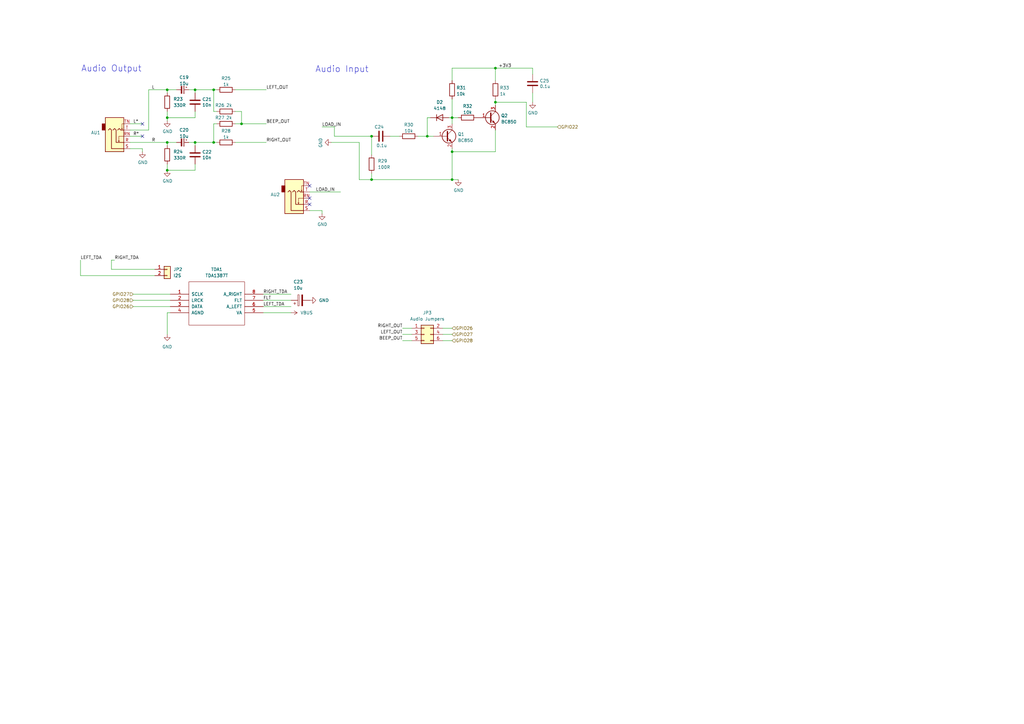
<source format=kicad_sch>
(kicad_sch (version 20231120) (generator "eeschema") (generator_version "8.0")
  (paper "A3")
  (title_block (title "FRANK2") (date "2024-11-21") (rev "1.0") (company "Mikhail Matveev") (comment 1 "https://github.com/xtremespb/frank2"))
  (lib_symbols
    (symbol "Connector:AudioJack3_SwitchTR"
      (property "Reference" "J" (at 0 8.89 0))
      (property "Value" "AudioJack3_SwitchTR" (at 0 6.35 0))
      (symbol "AudioJack3_SwitchTR_0_1"
        (rectangle (start -5.08 -5.08) (end -6.35 -7.62) (stroke (width 0.254)) (fill (type outline)))
        (polyline (pts (xy 0.508 -0.254) (xy 0.762 -0.762)))
        (polyline (pts (xy 1.778 -5.334) (xy 2.032 -5.842)))
        (polyline (pts (xy 0 -5.08) (xy 0.635 -5.715) (xy 1.27 -5.08) (xy 2.54 -5.08)) (stroke (width 0.254)))
        (polyline (pts (xy 2.54 -7.62) (xy 1.778 -7.62) (xy 1.778 -5.334) (xy 1.524 -5.842)))
        (polyline (pts (xy 2.54 -2.54) (xy 0.508 -2.54) (xy 0.508 -0.254) (xy 0.254 -0.762)))
        (polyline (pts (xy -1.905 -5.08) (xy -1.27 -5.715) (xy -0.635 -5.08) (xy -0.635 0) (xy 2.54 0)) (stroke (width 0.254)))
        (polyline (pts (xy 2.54 2.54) (xy -2.54 2.54) (xy -2.54 -5.08) (xy -3.175 -5.715) (xy -3.81 -5.08)) (stroke (width 0.254)))
        (rectangle (start 2.54 3.81) (end -5.08 -10.16) (stroke (width 0.254)) (fill (type background)))
      )
      (symbol "AudioJack3_SwitchTR_1_1"
        (pin passive line (at 5.08 0 180) (length 2.54) (name "~") (number "R"))
        (pin passive line (at 5.08 -2.54 180) (length 2.54) (name "~") (number "RN"))
        (pin passive line (at 5.08 2.54 180) (length 2.54) (name "~") (number "S"))
        (pin passive line (at 5.08 -5.08 180) (length 2.54) (name "~") (number "T"))
        (pin passive line (at 5.08 -7.62 180) (length 2.54) (name "~") (number "TN"))
      )
    )
    (symbol "Connector_Generic:Conn_01x02" (pin_names (offset 1.016) hide)
      (property "Reference" "J" (at 0 2.54 0))
      (property "Value" "Conn_01x02" (at 0 -5.08 0))
      (symbol "Conn_01x02_1_1"
        (rectangle (start -1.27 -2.413) (end 0 -2.667) (stroke (width 0.1524)))
        (rectangle (start -1.27 0.127) (end 0 -0.127) (stroke (width 0.1524)))
        (rectangle (start -1.27 1.27) (end 1.27 -3.81) (stroke (width 0.254)) (fill (type background)))
        (pin passive line (at -5.08 0 0) (length 3.81) (name "Pin_1") (number "1"))
        (pin passive line (at -5.08 -2.54 0) (length 3.81) (name "Pin_2") (number "2"))
      )
    )
    (symbol "Connector_Generic:Conn_02x03_Odd_Even" (pin_names (offset 1.016) hide)
      (property "Reference" "J" (at 1.27 5.08 0))
      (property "Value" "Conn_02x03_Odd_Even" (at 1.27 -5.08 0))
      (symbol "Conn_02x03_Odd_Even_1_1"
        (rectangle (start -1.27 -2.413) (end 0 -2.667) (stroke (width 0.1524)))
        (rectangle (start -1.27 0.127) (end 0 -0.127) (stroke (width 0.1524)))
        (rectangle (start -1.27 2.667) (end 0 2.413) (stroke (width 0.1524)))
        (rectangle (start -1.27 3.81) (end 3.81 -3.81) (stroke (width 0.254)) (fill (type background)))
        (rectangle (start 3.81 -2.413) (end 2.54 -2.667) (stroke (width 0.1524)))
        (rectangle (start 3.81 0.127) (end 2.54 -0.127) (stroke (width 0.1524)))
        (rectangle (start 3.81 2.667) (end 2.54 2.413) (stroke (width 0.1524)))
        (pin passive line (at -5.08 2.54 0) (length 3.81) (name "Pin_1") (number "1"))
        (pin passive line (at 7.62 2.54 180) (length 3.81) (name "Pin_2") (number "2"))
        (pin passive line (at -5.08 0 0) (length 3.81) (name "Pin_3") (number "3"))
        (pin passive line (at 7.62 0 180) (length 3.81) (name "Pin_4") (number "4"))
        (pin passive line (at -5.08 -2.54 0) (length 3.81) (name "Pin_5") (number "5"))
        (pin passive line (at 7.62 -2.54 180) (length 3.81) (name "Pin_6") (number "6"))
      )
    )
    (symbol "Device:C" (pin_numbers hide) (pin_names (offset 0.254))
      (property "Reference" "C" (at 0.635 2.54 0))
      (property "Value" "C" (at 0.635 -2.54 0))
      (symbol "C_0_1"
        (polyline (pts (xy -2.032 -0.762) (xy 2.032 -0.762)) (stroke (width 0.508)))
        (polyline (pts (xy -2.032 0.762) (xy 2.032 0.762)) (stroke (width 0.508)))
      )
      (symbol "C_1_1"
        (pin passive line (at 0 3.81 270) (length 2.794) (name "~") (number "1"))
        (pin passive line (at 0 -3.81 90) (length 2.794) (name "~") (number "2"))
      )
    )
    (symbol "Device:C_Polarized" (pin_numbers hide) (pin_names (offset 0.254))
      (property "Reference" "C" (at 0.635 2.54 0))
      (property "Value" "C_Polarized" (at 0.635 -2.54 0))
      (symbol "C_Polarized_0_1"
        (rectangle (start -2.286 0.508) (end 2.286 1.016))
        (polyline (pts (xy -1.778 2.286) (xy -0.762 2.286)))
        (polyline (pts (xy -1.27 2.794) (xy -1.27 1.778)))
        (rectangle (start 2.286 -0.508) (end -2.286 -1.016) (fill (type outline)))
      )
      (symbol "C_Polarized_1_1"
        (pin passive line (at 0 3.81 270) (length 2.794) (name "~") (number "1"))
        (pin passive line (at 0 -3.81 90) (length 2.794) (name "~") (number "2"))
      )
    )
    (symbol "Device:C_Polarized_Small" (pin_numbers hide) (pin_names (offset 0.254) hide)
      (property "Reference" "C" (at 0.254 1.778 0))
      (property "Value" "C_Polarized_Small" (at 0.254 -2.032 0))
      (symbol "C_Polarized_Small_0_1"
        (rectangle (start -1.524 -0.3048) (end 1.524 -0.6858) (fill (type outline)))
        (rectangle (start -1.524 0.6858) (end 1.524 0.3048))
        (polyline (pts (xy -1.27 1.524) (xy -0.762 1.524)))
        (polyline (pts (xy -1.016 1.27) (xy -1.016 1.778)))
      )
      (symbol "C_Polarized_Small_1_1"
        (pin passive line (at 0 2.54 270) (length 1.8542) (name "~") (number "1"))
        (pin passive line (at 0 -2.54 90) (length 1.8542) (name "~") (number "2"))
      )
    )
    (symbol "Device:D" (pin_numbers hide) (pin_names (offset 1.016) hide)
      (property "Reference" "D" (at 0 2.54 0))
      (property "Value" "D" (at 0 -2.54 0))
      (symbol "D_0_1"
        (polyline (pts (xy -1.27 1.27) (xy -1.27 -1.27)) (stroke (width 0.254)))
        (polyline (pts (xy 1.27 0) (xy -1.27 0)))
        (polyline (pts (xy 1.27 1.27) (xy 1.27 -1.27) (xy -1.27 0) (xy 1.27 1.27)) (stroke (width 0.254)))
      )
      (symbol "D_1_1"
        (pin passive line (at -3.81 0 0) (length 2.54) (name "K") (number "1"))
        (pin passive line (at 3.81 0 180) (length 2.54) (name "A") (number "2"))
      )
    )
    (symbol "Device:R" (pin_numbers hide) (pin_names (offset 0))
      (property "Reference" "R" (at 2.032 0 90))
      (property "Value" "R" (at 0 0 90))
      (symbol "R_0_1"
        (rectangle (start -1.016 -2.54) (end 1.016 2.54) (stroke (width 0.254)))
      )
      (symbol "R_1_1"
        (pin passive line (at 0 3.81 270) (length 1.27) (name "~") (number "1"))
        (pin passive line (at 0 -3.81 90) (length 1.27) (name "~") (number "2"))
      )
    )
    (symbol "GND_6" (power) (pin_numbers hide) (pin_names (offset 0) hide)
      (property "Value" "GND" (at 0 -3.81 0))
      (symbol "GND_6_0_1"
        (polyline (pts (xy 0 0) (xy 0 -1.27) (xy 1.27 -1.27) (xy 0 -2.54) (xy -1.27 -1.27) (xy 0 -1.27)))
      )
      (symbol "GND_6_1_1"
        (pin power_in line (at 0 0 270) (length 0) (name "~") (number "1"))
      )
    )
    (symbol "TDA1387T:TDA1387T" (pin_names (offset 1.016))
      (property "Reference" "U" (at 0 -2.54 0))
      (property "Value" "TDA1387T" (at 0 2.54 0))
      (symbol "TDA1387T_1_0"
        (rectangle (start -11.43 -8.89) (end 11.43 8.89))
      )
      (symbol "TDA1387T_1_1"
        (pin input line (at -19.05 3.81 0) (length 7.62) (name "SCLK") (number "1"))
        (pin input line (at -19.05 1.27 0) (length 7.62) (name "LRCK") (number "2"))
        (pin input line (at -19.05 -1.27 0) (length 7.62) (name "DATA") (number "3"))
        (pin input line (at -19.05 -3.81 0) (length 7.62) (name "AGND") (number "4"))
        (pin input line (at 19.05 -3.81 180) (length 7.62) (name "VA") (number "5"))
        (pin input line (at 19.05 -1.27 180) (length 7.62) (name "A_LEFT") (number "6"))
        (pin input line (at 19.05 1.27 180) (length 7.62) (name "FLT") (number "7"))
        (pin input line (at 19.05 3.81 180) (length 7.62) (name "A_RIGHT") (number "8"))
      )
    )
    (symbol "Transistor_BJT:BC850" (pin_names (offset 0) hide)
      (property "Reference" "Q" (at 5.08 1.905 0))
      (property "Value" "BC850" (at 5.08 0 0))
      (symbol "BC850_0_1"
        (polyline (pts (xy 0.635 0.635) (xy 2.54 2.54)))
        (polyline (pts (xy 0.635 -0.635) (xy 2.54 -2.54) (xy 2.54 -2.54)))
        (polyline (pts (xy 0.635 1.905) (xy 0.635 -1.905) (xy 0.635 -1.905)) (stroke (width 0.508)))
        (polyline (pts (xy 1.27 -1.778) (xy 1.778 -1.27) (xy 2.286 -2.286) (xy 1.27 -1.778) (xy 1.27 -1.778)) (fill (type outline)))
        (circle (center 1.27 0) (radius 2.8194) (stroke (width 0.254)))
      )
      (symbol "BC850_1_1"
        (pin input line (at -5.08 0 0) (length 5.715) (name "B") (number "1"))
        (pin passive line (at 2.54 -5.08 90) (length 2.54) (name "E") (number "2"))
        (pin passive line (at 2.54 5.08 270) (length 2.54) (name "C") (number "3"))
      )
    )
    (symbol "power:GND" (power) (pin_names (offset 0))
      (property "Value" "GND" (at 0 -3.81 0))
      (symbol "GND_0_1"
        (polyline (pts (xy 0 0) (xy 0 -1.27) (xy 1.27 -1.27) (xy 0 -2.54) (xy -1.27 -1.27) (xy 0 -1.27)))
      )
      (symbol "GND_1_1"
        (pin power_in line (at 0 0 270) (length 0) hide (name "GND") (number "1"))
      )
    )
    (symbol "power:VBUS" (power) (pin_numbers hide) (pin_names (offset 0) hide)
      (property "Value" "VBUS" (at 0 3.556 0))
      (symbol "VBUS_0_1"
        (polyline (pts (xy -0.762 1.27) (xy 0 2.54)))
        (polyline (pts (xy 0 0) (xy 0 2.54)))
        (polyline (pts (xy 0 2.54) (xy 0.762 1.27)))
      )
      (symbol "VBUS_1_1"
        (pin power_in line (at 0 0 90) (length 0) (name "~") (number "1"))
      )
    )
  )
  (junction (at 203.2 27.94))
  (junction (at 68.58 36.83))
  (junction (at 87.63 58.42))
  (junction (at 185.42 73.66))
  (junction (at 203.2 41.91))
  (junction (at 68.58 48.26))
  (junction (at 99.06 50.8))
  (junction (at 68.58 69.85))
  (junction (at 185.42 48.26))
  (junction (at 185.42 62.23))
  (junction (at 80.01 58.42))
  (junction (at 175.26 55.88))
  (junction (at 68.58 58.42))
  (junction (at 152.4 55.88))
  (junction (at 152.4 73.66))
  (junction (at 87.63 36.83))
  (junction (at 80.01 36.83))
  (no_connect (at 127 83.82))
  (no_connect (at 58.42 50.8))
  (no_connect (at 58.42 55.88))
  (no_connect (at 127 81.28))
  (no_connect (at 127 76.2))
  (wire (pts (xy 80.01 58.42) (xy 87.63 58.42)))
  (wire (pts (xy 184.15 48.26) (xy 185.42 48.26)))
  (wire (pts (xy 80.01 58.42) (xy 77.47 58.42)))
  (wire (pts (xy 80.01 36.83) (xy 87.63 36.83)))
  (wire (pts (xy 132.08 52.07) (xy 137.16 52.07)))
  (wire (pts (xy 185.42 27.94) (xy 203.2 27.94)))
  (wire (pts (xy 60.96 36.83) (xy 68.58 36.83)))
  (wire (pts (xy 54.61 120.65) (xy 69.85 120.65)))
  (wire (pts (xy 152.4 71.12) (xy 152.4 73.66)))
  (wire (pts (xy 88.9 50.8) (xy 87.63 50.8)))
  (wire (pts (xy 165.1 137.16) (xy 168.91 137.16)))
  (wire (pts (xy 215.9 41.91) (xy 215.9 52.07)))
  (wire (pts (xy 137.16 55.88) (xy 152.4 55.88)))
  (wire (pts (xy 33.02 106.68) (xy 33.02 113.03)))
  (wire (pts (xy 152.4 73.66) (xy 185.42 73.66)))
  (wire (pts (xy 80.01 69.85) (xy 68.58 69.85)))
  (wire (pts (xy 218.44 38.1) (xy 218.44 41.91)))
  (wire (pts (xy 132.08 86.36) (xy 132.08 87.63)))
  (wire (pts (xy 53.34 60.96) (xy 58.42 60.96)))
  (wire (pts (xy 68.58 45.72) (xy 68.58 48.26)))
  (wire (pts (xy 215.9 52.07) (xy 228.6 52.07)))
  (wire (pts (xy 87.63 58.42) (xy 88.9 58.42)))
  (wire (pts (xy 80.01 48.26) (xy 68.58 48.26)))
  (wire (pts (xy 80.01 36.83) (xy 77.47 36.83)))
  (wire (pts (xy 160.02 55.88) (xy 163.83 55.88)))
  (wire (pts (xy 53.34 53.34) (xy 60.96 53.34)))
  (wire (pts (xy 107.95 125.73) (xy 119.38 125.73)))
  (wire (pts (xy 203.2 41.91) (xy 215.9 41.91)))
  (wire (pts (xy 137.16 52.07) (xy 137.16 55.88)))
  (wire (pts (xy 53.34 58.42) (xy 68.58 58.42)))
  (wire (pts (xy 176.53 48.26) (xy 175.26 48.26)))
  (wire (pts (xy 54.61 125.73) (xy 69.85 125.73)))
  (wire (pts (xy 175.26 55.88) (xy 177.8 55.88)))
  (wire (pts (xy 185.42 27.94) (xy 185.42 33.02)))
  (wire (pts (xy 185.42 137.16) (xy 181.61 137.16)))
  (wire (pts (xy 87.63 36.83) (xy 88.9 36.83)))
  (wire (pts (xy 72.39 58.42) (xy 68.58 58.42)))
  (wire (pts (xy 33.02 113.03) (xy 63.5 113.03)))
  (wire (pts (xy 165.1 139.7) (xy 168.91 139.7)))
  (wire (pts (xy 185.42 62.23) (xy 185.42 73.66)))
  (wire (pts (xy 99.06 50.8) (xy 96.52 50.8)))
  (wire (pts (xy 203.2 27.94) (xy 218.44 27.94)))
  (wire (pts (xy 171.45 55.88) (xy 175.26 55.88)))
  (wire (pts (xy 152.4 55.88) (xy 152.4 63.5)))
  (wire (pts (xy 165.1 134.62) (xy 168.91 134.62)))
  (wire (pts (xy 203.2 53.34) (xy 203.2 62.23)))
  (wire (pts (xy 80.01 38.1) (xy 80.01 36.83)))
  (wire (pts (xy 218.44 27.94) (xy 218.44 30.48)))
  (wire (pts (xy 203.2 41.91) (xy 203.2 43.18)))
  (wire (pts (xy 127 86.36) (xy 132.08 86.36)))
  (wire (pts (xy 80.01 45.72) (xy 80.01 48.26)))
  (wire (pts (xy 135.89 58.42) (xy 147.32 58.42)))
  (wire (pts (xy 88.9 45.72) (xy 87.63 45.72)))
  (wire (pts (xy 107.95 128.27) (xy 119.38 128.27)))
  (wire (pts (xy 68.58 36.83) (xy 68.58 38.1)))
  (wire (pts (xy 68.58 48.26) (xy 68.58 49.53)))
  (wire (pts (xy 185.42 60.96) (xy 185.42 62.23)))
  (wire (pts (xy 185.42 134.62) (xy 181.61 134.62)))
  (wire (pts (xy 107.95 120.65) (xy 119.38 120.65)))
  (wire (pts (xy 45.72 110.49) (xy 63.5 110.49)))
  (wire (pts (xy 96.52 36.83) (xy 109.22 36.83)))
  (wire (pts (xy 68.58 58.42) (xy 68.58 59.69)))
  (wire (pts (xy 96.52 45.72) (xy 99.06 45.72)))
  (wire (pts (xy 147.32 58.42) (xy 147.32 73.66)))
  (wire (pts (xy 96.52 58.42) (xy 109.22 58.42)))
  (wire (pts (xy 203.2 27.94) (xy 203.2 33.02)))
  (wire (pts (xy 107.95 123.19) (xy 119.38 123.19)))
  (wire (pts (xy 185.42 139.7) (xy 181.61 139.7)))
  (wire (pts (xy 147.32 73.66) (xy 152.4 73.66)))
  (wire (pts (xy 60.96 36.83) (xy 60.96 53.34)))
  (wire (pts (xy 127 78.74) (xy 139.7 78.74)))
  (wire (pts (xy 68.58 67.31) (xy 68.58 69.85)))
  (wire (pts (xy 99.06 50.8) (xy 109.22 50.8)))
  (wire (pts (xy 99.06 45.72) (xy 99.06 50.8)))
  (wire (pts (xy 175.26 48.26) (xy 175.26 55.88)))
  (wire (pts (xy 80.01 67.31) (xy 80.01 69.85)))
  (wire (pts (xy 185.42 48.26) (xy 187.96 48.26)))
  (wire (pts (xy 58.42 60.96) (xy 58.42 62.23)))
  (wire (pts (xy 72.39 36.83) (xy 68.58 36.83)))
  (wire (pts (xy 185.42 62.23) (xy 203.2 62.23)))
  (wire (pts (xy 53.34 55.88) (xy 58.42 55.88)))
  (wire (pts (xy 80.01 59.69) (xy 80.01 58.42)))
  (wire (pts (xy 69.85 128.27) (xy 68.58 128.27)))
  (wire (pts (xy 45.72 106.68) (xy 45.72 110.49)))
  (wire (pts (xy 185.42 73.66) (xy 187.96 73.66)))
  (wire (pts (xy 53.34 50.8) (xy 58.42 50.8)))
  (wire (pts (xy 54.61 123.19) (xy 69.85 123.19)))
  (wire (pts (xy 46.99 106.68) (xy 45.72 106.68)))
  (wire (pts (xy 87.63 50.8) (xy 87.63 58.42)))
  (wire (pts (xy 68.58 128.27) (xy 68.58 137.16)))
  (wire (pts (xy 203.2 40.64) (xy 203.2 41.91)))
  (wire (pts (xy 87.63 36.83) (xy 87.63 45.72)))
  (wire (pts (xy 185.42 40.64) (xy 185.42 48.26)))
  (wire (pts (xy 185.42 48.26) (xy 185.42 50.8)))
  (text "Audio Input" (at 129.286 29.972 0) (effects (font (size 2.54 2.54)) (justify left bottom)))
  (text "Audio Output" (at 33.274 29.718 0) (effects (font (size 2.54 2.54)) (justify left bottom)))
  (label "LEFT_TDA" (at 33.02 106.68 0))
  (label "LEFT_TDA" (at 107.95 125.73 0))
  (label "L" (at 62.23 36.83 0))
  (label "+3V3" (at 204.47 27.94 0))
  (label "R" (at 62.23 58.42 0))
  (label "L*" (at 54.61 50.8 0))
  (label "LEFT_OUT" (at 109.22 36.83 0))
  (label "RIGHT_TDA" (at 46.99 106.68 0))
  (label "LOAD_IN" (at 132.08 52.07 0))
  (label "LOAD_IN" (at 129.54 78.74 0))
  (label "BEEP_OUT" (at 109.22 50.8 0))
  (label "RIGHT_TDA" (at 107.95 120.65 0))
  (label "FLT" (at 107.95 123.19 0))
  (label "R*" (at 54.61 55.88 0))
  (label "RIGHT_OUT" (at 165.1 134.62 180))
  (label "LEFT_OUT" (at 165.1 137.16 180))
  (label "BEEP_OUT" (at 165.1 139.7 180))
  (label "RIGHT_OUT" (at 109.22 58.42 0))
  (hierarchical_label "GPIO28" (shape input) (at 185.42 139.7 0))
  (hierarchical_label "GPIO27" (shape input) (at 185.42 137.16 0))
  (hierarchical_label "GPIO26" (shape input) (at 54.61 125.73 180))
  (hierarchical_label "GPIO22" (shape input) (at 228.6 52.07 0))
  (hierarchical_label "GPIO27" (shape input) (at 54.61 120.65 180))
  (hierarchical_label "GPIO26" (shape input) (at 185.42 134.62 0))
  (hierarchical_label "GPIO28" (shape input) (at 54.61 123.19 180))
  (symbol (lib_id "power:GND") (at 68.58 137.16 0) (unit 1)
    (property "Reference" "#PWR041" (effects (hide yes)))
    (property "Value" "GND" (at 68.58 142.24 0))
    (property "Description" "Power symbol creates a global label with name \"GND\" , ground" (effects (hide yes)))
  )
  (symbol (lib_id "Device:R") (at 92.71 45.72 90) (unit 1)
    (property "Reference" "R26" (at 90.17 43.18 90))
    (property "Value" "2k" (at 93.98 43.18 90))
    (property "Footprint" "Resistor_SMD:R_0805_2012Metric_Pad1.20x1.40mm_HandSolder" (effects (hide yes)))
  )
  (symbol (lib_id "Device:C") (at 156.21 55.88 90) (unit 1)
    (property "Reference" "C24" (at 157.48 52.07 90) (effects (justify left)))
    (property "Value" "0.1u" (at 158.75 59.69 90) (effects (justify left)))
    (property "Footprint" "Capacitor_SMD:C_0805_2012Metric_Pad1.18x1.45mm_HandSolder" (effects (hide yes)))
  )
  (symbol (lib_id "Connector:AudioJack3_SwitchTR") (at 121.92 83.82 0) (mirror x) (unit 1)
    (property "Reference" "AU2" (at 114.8081 79.8103 0) (effects (justify right)))
    (property "Value" "AUDIO IN" (effects (hide yes)))
    (property "Footprint" "LIBS:Medved_Jack_3.5mm_CUI_SJ1-3535NG_Horizontal" (effects (hide yes)))
  )
  (symbol (lib_id "Device:C_Polarized_Small") (at 74.93 58.42 270) (unit 1)
    (property "Reference" "C20" (at 75.4761 53.3232 90))
    (property "Value" "10u" (at 75.4761 55.8601 90))
    (property "Footprint" "LIBS:Medved_CP_Radial_D5.0mm_P2.50mm" (effects (hide yes)))
  )
  (symbol (lib_id "power:GND") (at 218.44 41.91 0) (unit 1)
    (property "Reference" "#PWR047" (effects (hide yes)))
    (property "Value" "GND" (at 218.567 46.3042 0))
  )
  (symbol (lib_id "Device:C_Polarized") (at 123.19 123.19 90) (unit 1)
    (property "Reference" "C23" (at 122.301 115.57 90))
    (property "Value" "10u" (at 122.301 118.11 90))
    (property "Footprint" "LIBS:Medved_CP_Radial_D5.0mm_P2.50mm" (effects (hide yes)))
    (property "Description" "Polarized capacitor" (effects (hide yes)))
  )
  (symbol (lib_id "Device:R") (at 92.71 58.42 90) (unit 1)
    (property "Reference" "R28" (at 92.71 53.7042 90))
    (property "Value" "1k" (at 92.71 56.2411 90))
    (property "Footprint" "Resistor_SMD:R_0805_2012Metric_Pad1.20x1.40mm_HandSolder" (effects (hide yes)))
  )
  (symbol (lib_id "Device:R") (at 185.42 36.83 0) (unit 1)
    (property "Reference" "R31" (at 187.198 35.9953 0) (effects (justify left)))
    (property "Value" "10k" (at 187.198 38.5322 0) (effects (justify left)))
    (property "Footprint" "Resistor_SMD:R_0805_2012Metric_Pad1.20x1.40mm_HandSolder" (effects (hide yes)))
  )
  (symbol (lib_id "Device:R") (at 68.58 63.5 0) (unit 1)
    (property "Reference" "R24" (at 71.12 62.2299 0) (effects (justify left)))
    (property "Value" "330R" (at 71.12 64.7699 0) (effects (justify left)))
    (property "Footprint" "Resistor_SMD:R_0805_2012Metric_Pad1.20x1.40mm_HandSolder" (effects (hide yes)))
  )
  (symbol (lib_id "Device:R") (at 92.71 50.8 90) (unit 1)
    (property "Reference" "R27" (at 90.17 48.26 90))
    (property "Value" "2k" (at 93.98 48.26 90))
    (property "Footprint" "Resistor_SMD:R_0805_2012Metric_Pad1.20x1.40mm_HandSolder" (effects (hide yes)))
  )
  (symbol (lib_id "power:GND") (at 68.58 49.53 0) (unit 1)
    (property "Reference" "#PWR039" (effects (hide yes)))
    (property "Value" "GND" (at 68.707 53.9242 0))
  )
  (symbol (lib_id "Device:R") (at 92.71 36.83 90) (unit 1)
    (property "Reference" "R25" (at 92.71 32.1142 90))
    (property "Value" "1k" (at 92.71 34.6511 90))
    (property "Footprint" "Resistor_SMD:R_0805_2012Metric_Pad1.20x1.40mm_HandSolder" (effects (hide yes)))
  )
  (symbol (lib_id "TDA1387T:TDA1387T") (at 88.9 124.46 0) (unit 1)
    (property "Reference" "TDA1" (at 88.9 110.49 0))
    (property "Value" "TDA1387T" (at 88.9 113.03 0))
    (property "Footprint" "Package_SO:SO-8_5.3x6.2mm_P1.27mm" (effects (hide yes)))
    (property "Datasheet" "DOCUMENTATION" (effects (hide yes)))
  )
  (symbol (lib_name "GND_6") (lib_id "power:GND") (at 127 123.19 90) (unit 1)
    (property "Reference" "#PWR043" (effects (hide yes)))
    (property "Value" "GND" (at 130.81 123.1899 90) (effects (justify right)))
    (property "Description" "Power symbol creates a global label with name \"GND\" , ground" (effects (hide yes)))
  )
  (symbol (lib_id "Connector:AudioJack3_SwitchTR") (at 48.26 58.42 0) (mirror x) (unit 1)
    (property "Reference" "AU1" (at 41.1481 54.4103 0) (effects (justify right)))
    (property "Value" "AUDIO OUT" (effects (hide yes)))
    (property "Footprint" "LIBS:Medved_Jack_3.5mm_CUI_SJ1-3535NG_Horizontal" (effects (hide yes)))
  )
  (symbol (lib_id "Connector_Generic:Conn_02x03_Odd_Even") (at 173.99 137.16 0) (unit 1)
    (property "Reference" "JP3" (at 175.26 128.27 0))
    (property "Value" "Audio Jumpers" (at 175.26 130.81 0))
    (property "Footprint" "Connector_PinHeader_2.54mm:PinHeader_2x03_P2.54mm_Vertical" (effects (hide yes)))
    (property "Description" "Generic connector, double row, 02x03, odd/even pin numbering scheme (row 1 odd numbers, row 2 even numbers), script generated (kicad-library-utils/schlib/autogen/connector/)" (effects (hide yes)))
  )
  (symbol (lib_id "power:GND") (at 132.08 87.63 0) (unit 1)
    (property "Reference" "#PWR044" (effects (hide yes)))
    (property "Value" "GND" (at 132.207 92.0242 0))
  )
  (symbol (lib_id "power:VBUS") (at 119.38 128.27 270) (unit 1)
    (property "Reference" "#PWR042" (effects (hide yes)))
    (property "Value" "VBUS" (at 123.19 128.2699 90) (effects (justify left)))
    (property "Description" "Power symbol creates a global label with name \"VBUS\"" (effects (hide yes)))
  )
  (symbol (lib_id "Device:R") (at 152.4 67.31 0) (unit 1)
    (property "Reference" "R29" (at 154.94 66.0399 0) (effects (justify left)))
    (property "Value" "100R" (at 154.94 68.5799 0) (effects (justify left)))
    (property "Footprint" "Resistor_SMD:R_0805_2012Metric_Pad1.20x1.40mm_HandSolder" (effects (hide yes)))
  )
  (symbol (lib_id "Connector_Generic:Conn_01x02") (at 68.58 110.49 0) (unit 1)
    (property "Reference" "JP2" (at 71.12 110.4899 0) (effects (justify left)))
    (property "Value" "I2S" (at 71.12 113.0299 0) (effects (justify left)))
    (property "Footprint" "LIBS:Medved_PinHeader_1x02_P2.54mm_Vertical_NoLB" (effects (hide yes)))
    (property "Description" "Generic connector, single row, 01x02, script generated (kicad-library-utils/schlib/autogen/connector/)" (effects (hide yes)))
  )
  (symbol (lib_id "Transistor_BJT:BC850") (at 182.88 55.88 0) (unit 1)
    (property "Reference" "Q1" (at 187.7314 55.0453 0) (effects (justify left)))
    (property "Value" "BC850" (at 187.7314 57.5822 0) (effects (justify left)))
    (property "Footprint" "Package_TO_SOT_SMD:SOT-23_Handsoldering" (effects (hide yes)))
    (property "Datasheet" "http://www.infineon.com/dgdl/Infineon-BC847SERIES_BC848SERIES_BC849SERIES_BC850SERIES-DS-v01_01-en.pdf?fileId=db3a304314dca389011541d4630a1657" (effects (hide yes)))
  )
  (symbol (lib_id "Device:C") (at 80.01 63.5 0) (unit 1)
    (property "Reference" "C22" (at 82.931 62.3316 0) (effects (justify left)))
    (property "Value" "10n" (at 82.931 64.643 0) (effects (justify left)))
    (property "Footprint" "Capacitor_SMD:C_0805_2012Metric_Pad1.18x1.45mm_HandSolder" (effects (hide yes)))
  )
  (symbol (lib_id "Device:R") (at 203.2 36.83 0) (unit 1)
    (property "Reference" "R33" (at 204.978 35.9953 0) (effects (justify left)))
    (property "Value" "1k" (at 204.978 38.5322 0) (effects (justify left)))
    (property "Footprint" "Resistor_SMD:R_0805_2012Metric_Pad1.20x1.40mm_HandSolder" (effects (hide yes)))
  )
  (symbol (lib_id "Device:C") (at 80.01 41.91 0) (unit 1)
    (property "Reference" "C21" (at 82.931 40.7416 0) (effects (justify left)))
    (property "Value" "10n" (at 82.931 43.053 0) (effects (justify left)))
    (property "Footprint" "Capacitor_SMD:C_0805_2012Metric_Pad1.18x1.45mm_HandSolder" (effects (hide yes)))
  )
  (symbol (lib_id "Device:C_Polarized_Small") (at 74.93 36.83 270) (unit 1)
    (property "Reference" "C19" (at 75.4761 31.7332 90))
    (property "Value" "10u" (at 75.4761 34.2701 90))
    (property "Footprint" "LIBS:Medved_CP_Radial_D5.0mm_P2.50mm" (effects (hide yes)))
  )
  (symbol (lib_id "Device:D") (at 180.34 48.26 0) (unit 1)
    (property "Reference" "D2" (at 180.34 41.91 0))
    (property "Value" "4148" (at 180.34 44.45 0))
    (property "Footprint" "Diode_SMD:D_0805_2012Metric_Pad1.15x1.40mm_HandSolder" (effects (hide yes)))
  )
  (symbol (lib_id "Device:R") (at 191.77 48.26 90) (unit 1)
    (property "Reference" "R32" (at 191.77 43.5442 90))
    (property "Value" "10k" (at 191.77 46.0811 90))
    (property "Footprint" "Resistor_SMD:R_0805_2012Metric_Pad1.20x1.40mm_HandSolder" (effects (hide yes)))
  )
  (symbol (lib_id "power:GND") (at 68.58 69.85 0) (unit 1)
    (property "Reference" "#PWR040" (effects (hide yes)))
    (property "Value" "GND" (at 68.707 74.2442 0))
  )
  (symbol (lib_id "power:GND") (at 187.96 73.66 0) (unit 1)
    (property "Reference" "#PWR046" (effects (hide yes)))
    (property "Value" "GND" (at 188.087 78.0542 0))
  )
  (symbol (lib_id "Device:R") (at 68.58 41.91 0) (unit 1)
    (property "Reference" "R23" (at 71.12 40.6399 0) (effects (justify left)))
    (property "Value" "330R" (at 71.12 43.1799 0) (effects (justify left)))
    (property "Footprint" "Resistor_SMD:R_0805_2012Metric_Pad1.20x1.40mm_HandSolder" (effects (hide yes)))
  )
  (symbol (lib_id "Device:R") (at 167.64 55.88 90) (unit 1)
    (property "Reference" "R30" (at 167.64 51.1642 90))
    (property "Value" "10k" (at 167.64 53.7011 90))
    (property "Footprint" "Resistor_SMD:R_0805_2012Metric_Pad1.20x1.40mm_HandSolder" (effects (hide yes)))
  )
  (symbol (lib_id "Transistor_BJT:BC850") (at 200.66 48.26 0) (unit 1)
    (property "Reference" "Q2" (at 205.5114 47.4253 0) (effects (justify left)))
    (property "Value" "BC850" (at 205.5114 49.9622 0) (effects (justify left)))
    (property "Footprint" "Package_TO_SOT_SMD:SOT-23_Handsoldering" (effects (hide yes)))
    (property "Datasheet" "http://www.infineon.com/dgdl/Infineon-BC847SERIES_BC848SERIES_BC849SERIES_BC850SERIES-DS-v01_01-en.pdf?fileId=db3a304314dca389011541d4630a1657" (effects (hide yes)))
  )
  (symbol (lib_id "Device:C") (at 218.44 34.29 0) (unit 1)
    (property "Reference" "C25" (at 221.361 33.1216 0) (effects (justify left)))
    (property "Value" "0.1u" (at 221.361 35.433 0) (effects (justify left)))
    (property "Footprint" "Capacitor_SMD:C_0805_2012Metric_Pad1.18x1.45mm_HandSolder" (effects (hide yes)))
  )
  (symbol (lib_id "power:GND") (at 58.42 62.23 0) (unit 1)
    (property "Reference" "#PWR038" (effects (hide yes)))
    (property "Value" "GND" (at 58.547 66.6242 0))
  )
  (symbol (lib_id "power:GND") (at 135.89 58.42 270) (unit 1)
    (property "Reference" "#PWR045" (effects (hide yes)))
    (property "Value" "GND" (at 131.4958 58.547 0))
  )
)
</source>
